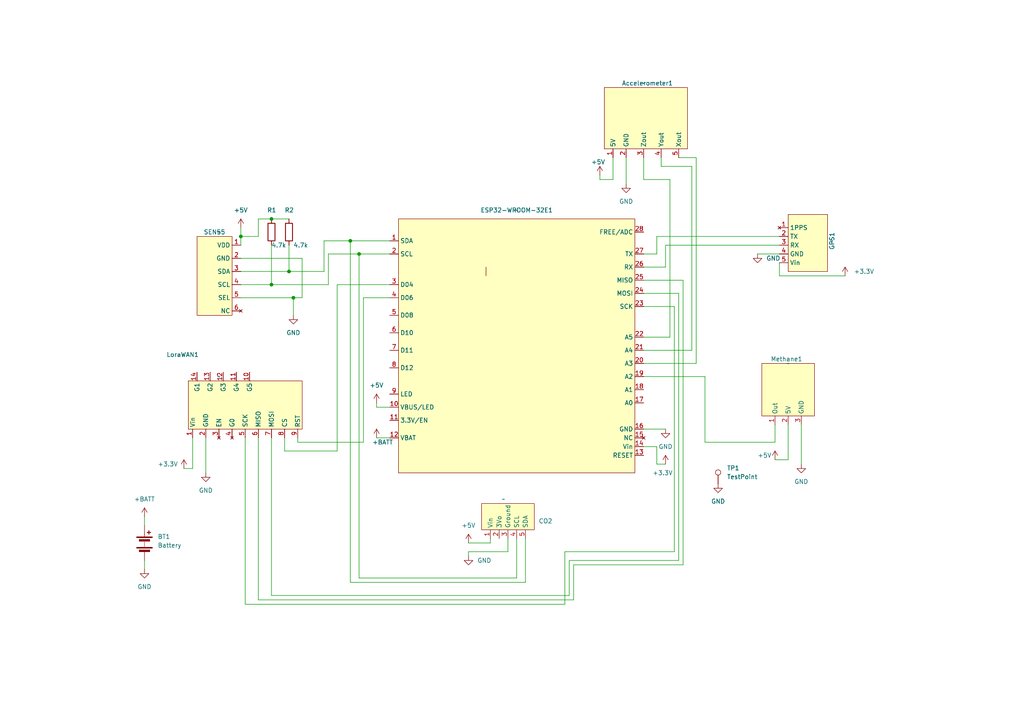
<source format=kicad_sch>
(kicad_sch (version 20230121) (generator eeschema)

  (uuid 7aefded4-b51d-417d-a9e8-a87f1079445b)

  (paper "A4")

  (lib_symbols
    (symbol "Connector:TestPoint" (pin_numbers hide) (pin_names (offset 0.762) hide) (in_bom yes) (on_board yes)
      (property "Reference" "TP" (at 0 6.858 0)
        (effects (font (size 1.27 1.27)))
      )
      (property "Value" "TestPoint" (at 0 5.08 0)
        (effects (font (size 1.27 1.27)))
      )
      (property "Footprint" "" (at 5.08 0 0)
        (effects (font (size 1.27 1.27)) hide)
      )
      (property "Datasheet" "~" (at 5.08 0 0)
        (effects (font (size 1.27 1.27)) hide)
      )
      (property "ki_keywords" "test point tp" (at 0 0 0)
        (effects (font (size 1.27 1.27)) hide)
      )
      (property "ki_description" "test point" (at 0 0 0)
        (effects (font (size 1.27 1.27)) hide)
      )
      (property "ki_fp_filters" "Pin* Test*" (at 0 0 0)
        (effects (font (size 1.27 1.27)) hide)
      )
      (symbol "TestPoint_0_1"
        (circle (center 0 3.302) (radius 0.762)
          (stroke (width 0) (type default))
          (fill (type none))
        )
      )
      (symbol "TestPoint_1_1"
        (pin passive line (at 0 0 90) (length 2.54)
          (name "1" (effects (font (size 1.27 1.27))))
          (number "1" (effects (font (size 1.27 1.27))))
        )
      )
    )
    (symbol "Device:Battery" (pin_numbers hide) (pin_names (offset 0) hide) (in_bom yes) (on_board yes)
      (property "Reference" "BT" (at 2.54 2.54 0)
        (effects (font (size 1.27 1.27)) (justify left))
      )
      (property "Value" "Battery" (at 2.54 0 0)
        (effects (font (size 1.27 1.27)) (justify left))
      )
      (property "Footprint" "" (at 0 1.524 90)
        (effects (font (size 1.27 1.27)) hide)
      )
      (property "Datasheet" "~" (at 0 1.524 90)
        (effects (font (size 1.27 1.27)) hide)
      )
      (property "ki_keywords" "batt voltage-source cell" (at 0 0 0)
        (effects (font (size 1.27 1.27)) hide)
      )
      (property "ki_description" "Multiple-cell battery" (at 0 0 0)
        (effects (font (size 1.27 1.27)) hide)
      )
      (symbol "Battery_0_1"
        (rectangle (start -2.286 -1.27) (end 2.286 -1.524)
          (stroke (width 0) (type default))
          (fill (type outline))
        )
        (rectangle (start -2.286 1.778) (end 2.286 1.524)
          (stroke (width 0) (type default))
          (fill (type outline))
        )
        (rectangle (start -1.524 -2.032) (end 1.524 -2.54)
          (stroke (width 0) (type default))
          (fill (type outline))
        )
        (rectangle (start -1.524 1.016) (end 1.524 0.508)
          (stroke (width 0) (type default))
          (fill (type outline))
        )
        (polyline
          (pts
            (xy 0 -1.016)
            (xy 0 -0.762)
          )
          (stroke (width 0) (type default))
          (fill (type none))
        )
        (polyline
          (pts
            (xy 0 -0.508)
            (xy 0 -0.254)
          )
          (stroke (width 0) (type default))
          (fill (type none))
        )
        (polyline
          (pts
            (xy 0 0)
            (xy 0 0.254)
          )
          (stroke (width 0) (type default))
          (fill (type none))
        )
        (polyline
          (pts
            (xy 0 1.778)
            (xy 0 2.54)
          )
          (stroke (width 0) (type default))
          (fill (type none))
        )
        (polyline
          (pts
            (xy 0.762 3.048)
            (xy 1.778 3.048)
          )
          (stroke (width 0.254) (type default))
          (fill (type none))
        )
        (polyline
          (pts
            (xy 1.27 3.556)
            (xy 1.27 2.54)
          )
          (stroke (width 0.254) (type default))
          (fill (type none))
        )
      )
      (symbol "Battery_1_1"
        (pin passive line (at 0 5.08 270) (length 2.54)
          (name "+" (effects (font (size 1.27 1.27))))
          (number "1" (effects (font (size 1.27 1.27))))
        )
        (pin passive line (at 0 -5.08 90) (length 2.54)
          (name "-" (effects (font (size 1.27 1.27))))
          (number "2" (effects (font (size 1.27 1.27))))
        )
      )
    )
    (symbol "Device:R" (pin_numbers hide) (pin_names (offset 0)) (in_bom yes) (on_board yes)
      (property "Reference" "R" (at 2.032 0 90)
        (effects (font (size 1.27 1.27)))
      )
      (property "Value" "R" (at 0 0 90)
        (effects (font (size 1.27 1.27)))
      )
      (property "Footprint" "" (at -1.778 0 90)
        (effects (font (size 1.27 1.27)) hide)
      )
      (property "Datasheet" "~" (at 0 0 0)
        (effects (font (size 1.27 1.27)) hide)
      )
      (property "ki_keywords" "R res resistor" (at 0 0 0)
        (effects (font (size 1.27 1.27)) hide)
      )
      (property "ki_description" "Resistor" (at 0 0 0)
        (effects (font (size 1.27 1.27)) hide)
      )
      (property "ki_fp_filters" "R_*" (at 0 0 0)
        (effects (font (size 1.27 1.27)) hide)
      )
      (symbol "R_0_1"
        (rectangle (start -1.016 -2.54) (end 1.016 2.54)
          (stroke (width 0.254) (type default))
          (fill (type none))
        )
      )
      (symbol "R_1_1"
        (pin passive line (at 0 3.81 270) (length 1.27)
          (name "~" (effects (font (size 1.27 1.27))))
          (number "1" (effects (font (size 1.27 1.27))))
        )
        (pin passive line (at 0 -3.81 90) (length 1.27)
          (name "~" (effects (font (size 1.27 1.27))))
          (number "2" (effects (font (size 1.27 1.27))))
        )
      )
    )
    (symbol "Methane:Methane_sensor" (in_bom yes) (on_board yes)
      (property "Reference" "Methane1" (at -5.08 1.27 0)
        (effects (font (size 1.27 1.27)) (justify left))
      )
      (property "Value" "~" (at 0 0 0)
        (effects (font (size 1.27 1.27)))
      )
      (property "Footprint" "my-sensors:Methane" (at 0 0 0)
        (effects (font (size 1.27 1.27)) hide)
      )
      (property "Datasheet" "https://image.dfrobot.com/image/data/SEN0129/MQ-4.pdf" (at 0 0 0)
        (effects (font (size 1.27 1.27)) hide)
      )
      (symbol "Methane_sensor_1_1"
        (rectangle (start -7.62 0) (end 7.62 -15.24)
          (stroke (width 0) (type default))
          (fill (type background))
        )
        (pin bidirectional line (at -3.81 -17.78 90) (length 2.54)
          (name "Out" (effects (font (size 1.27 1.27))))
          (number "1" (effects (font (size 1.27 1.27))))
        )
        (pin power_in line (at 0 -17.78 90) (length 2.54)
          (name "5V" (effects (font (size 1.27 1.27))))
          (number "2" (effects (font (size 1.27 1.27))))
        )
        (pin power_in line (at 3.81 -17.78 90) (length 2.54)
          (name "GND" (effects (font (size 1.27 1.27))))
          (number "3" (effects (font (size 1.27 1.27))))
        )
      )
    )
    (symbol "Sensors:Accelerometer" (in_bom yes) (on_board yes)
      (property "Reference" "Accelerometer1" (at -6.35 0 0)
        (effects (font (size 1.27 1.27)) (justify left))
      )
      (property "Value" "~" (at 0 0 0)
        (effects (font (size 1.27 1.27)))
      )
      (property "Footprint" "Sensors:Accelerometer" (at 0 0 0)
        (effects (font (size 1.27 1.27)) hide)
      )
      (property "Datasheet" "" (at 0 0 0)
        (effects (font (size 1.27 1.27)) hide)
      )
      (symbol "Accelerometer_1_1"
        (rectangle (start -11.43 -1.27) (end 12.7 -19.05)
          (stroke (width 0) (type default))
          (fill (type background))
        )
        (pin power_in line (at -8.89 -21.59 90) (length 2.54)
          (name "5V" (effects (font (size 1.27 1.27))))
          (number "1" (effects (font (size 1.27 1.27))))
        )
        (pin power_in line (at -5.08 -21.59 90) (length 2.54)
          (name "GND" (effects (font (size 1.27 1.27))))
          (number "2" (effects (font (size 1.27 1.27))))
        )
        (pin output line (at 0 -21.59 90) (length 2.54)
          (name "Zout" (effects (font (size 1.27 1.27))))
          (number "3" (effects (font (size 1.27 1.27))))
        )
        (pin output line (at 5.08 -21.59 90) (length 2.54)
          (name "Yout" (effects (font (size 1.27 1.27))))
          (number "4" (effects (font (size 1.27 1.27))))
        )
        (pin output line (at 10.16 -21.59 90) (length 2.54)
          (name "Xout" (effects (font (size 1.27 1.27))))
          (number "5" (effects (font (size 1.27 1.27))))
        )
      )
    )
    (symbol "Sensors:CO2_v2" (in_bom yes) (on_board yes)
      (property "Reference" "CO2" (at 10.16 -6.35 0)
        (effects (font (size 1.27 1.27)) (justify left))
      )
      (property "Value" "~" (at 0 0 0)
        (effects (font (size 1.27 1.27)))
      )
      (property "Footprint" "" (at 0 0 0)
        (effects (font (size 1.27 1.27)) hide)
      )
      (property "Datasheet" "" (at 0 0 0)
        (effects (font (size 1.27 1.27)) hide)
      )
      (symbol "CO2_v2_1_1"
        (rectangle (start -6.35 -1.27) (end 8.89 -8.89)
          (stroke (width 0) (type default))
          (fill (type background))
        )
        (pin power_in line (at -3.81 -11.43 90) (length 2.54)
          (name "Vin" (effects (font (size 1.27 1.27))))
          (number "1" (effects (font (size 1.27 1.27))))
        )
        (pin power_out line (at -1.27 -11.43 90) (length 2.54)
          (name "3Vo" (effects (font (size 1.27 1.27))))
          (number "2" (effects (font (size 1.27 1.27))))
        )
        (pin input line (at 1.27 -11.43 90) (length 2.54)
          (name "Ground" (effects (font (size 1.27 1.27))))
          (number "3" (effects (font (size 1.27 1.27))))
        )
        (pin bidirectional line (at 3.81 -11.43 90) (length 2.54)
          (name "SCL" (effects (font (size 1.27 1.27))))
          (number "4" (effects (font (size 1.27 1.27))))
        )
        (pin bidirectional line (at 6.35 -11.43 90) (length 2.54)
          (name "SDA" (effects (font (size 1.27 1.27))))
          (number "5" (effects (font (size 1.27 1.27))))
        )
      )
    )
    (symbol "Sensors:ESP32" (in_bom yes) (on_board yes)
      (property "Reference" "ESP32-WROOM-32E1" (at 0 0 0)
        (effects (font (size 1.27 1.27)))
      )
      (property "Value" "~" (at 0 0 0)
        (effects (font (size 1.27 1.27)))
      )
      (property "Footprint" "my-sensors:ESP32" (at 0 0 0)
        (effects (font (size 1.27 1.27)) hide)
      )
      (property "Datasheet" "https://cdn.sparkfun.com/assets/4/3/1/7/6/esp32-wroom-32e_esp32-wroom-32ue_datasheet_en_v1-6.pdf?_gl=1*16ze11g*_ga*MTYyMjc1MTQzMC4xNzA2NDYwMTkx*_ga_T369JS7J9N*MTcwODg5MTMzNS45LjAuMTcwODg5MTMzNS42MC4wLjA." (at 0 0 0)
        (effects (font (size 1.27 1.27)) hide)
      )
      (symbol "ESP32_1_1"
        (rectangle (start -34.29 -2.54) (end 34.29 -76.2)
          (stroke (width 0) (type default))
          (fill (type background))
        )
        (pin bidirectional line (at -36.83 -8.89 0) (length 2.54)
          (name "SDA" (effects (font (size 1.27 1.27))))
          (number "1" (effects (font (size 1.27 1.27))))
        )
        (pin power_in line (at -36.83 -57.15 0) (length 2.54)
          (name "VBUS/LED" (effects (font (size 1.27 1.27))))
          (number "10" (effects (font (size 1.27 1.27))))
        )
        (pin power_in line (at -36.83 -60.96 0) (length 2.54)
          (name "3.3V/EN" (effects (font (size 1.27 1.27))))
          (number "11" (effects (font (size 1.27 1.27))))
        )
        (pin power_in line (at -36.83 -66.04 0) (length 2.54)
          (name "VBAT" (effects (font (size 1.27 1.27))))
          (number "12" (effects (font (size 1.27 1.27))))
        )
        (pin unspecified line (at 36.83 -71.12 180) (length 2.54)
          (name "RESET" (effects (font (size 1.27 1.27))))
          (number "13" (effects (font (size 1.27 1.27))))
        )
        (pin input line (at 36.83 -68.58 180) (length 2.54)
          (name "Vin" (effects (font (size 1.27 1.27))))
          (number "14" (effects (font (size 1.27 1.27))))
        )
        (pin no_connect line (at 36.83 -66.04 180) (length 2.54)
          (name "NC" (effects (font (size 1.27 1.27))))
          (number "15" (effects (font (size 1.27 1.27))))
        )
        (pin input line (at 36.83 -63.5 180) (length 2.54)
          (name "GND" (effects (font (size 1.27 1.27))))
          (number "16" (effects (font (size 1.27 1.27))))
        )
        (pin bidirectional line (at 36.83 -55.88 180) (length 2.54)
          (name "A0" (effects (font (size 1.27 1.27))))
          (number "17" (effects (font (size 1.27 1.27))))
        )
        (pin bidirectional line (at 36.83 -52.07 180) (length 2.54)
          (name "A1" (effects (font (size 1.27 1.27))))
          (number "18" (effects (font (size 1.27 1.27))))
        )
        (pin bidirectional line (at 36.83 -48.26 180) (length 2.54)
          (name "A2" (effects (font (size 1.27 1.27))))
          (number "19" (effects (font (size 1.27 1.27))))
        )
        (pin bidirectional line (at -36.83 -12.7 0) (length 2.54)
          (name "SCL" (effects (font (size 1.27 1.27))))
          (number "2" (effects (font (size 1.27 1.27))))
        )
        (pin bidirectional line (at 36.83 -44.45 180) (length 2.54)
          (name "A3" (effects (font (size 1.27 1.27))))
          (number "20" (effects (font (size 1.27 1.27))))
        )
        (pin bidirectional line (at 36.83 -40.64 180) (length 2.54)
          (name "A4" (effects (font (size 1.27 1.27))))
          (number "21" (effects (font (size 1.27 1.27))))
        )
        (pin bidirectional line (at 36.83 -36.83 180) (length 2.54)
          (name "A5" (effects (font (size 1.27 1.27))))
          (number "22" (effects (font (size 1.27 1.27))))
        )
        (pin bidirectional line (at 36.83 -27.94 180) (length 2.54)
          (name "SCK" (effects (font (size 1.27 1.27))))
          (number "23" (effects (font (size 1.27 1.27))))
        )
        (pin bidirectional line (at 36.83 -24.13 180) (length 2.54)
          (name "MOSI" (effects (font (size 1.27 1.27))))
          (number "24" (effects (font (size 1.27 1.27))))
        )
        (pin bidirectional line (at 36.83 -20.32 180) (length 2.54)
          (name "MISO" (effects (font (size 1.27 1.27))))
          (number "25" (effects (font (size 1.27 1.27))))
        )
        (pin input line (at 36.83 -16.51 180) (length 2.54)
          (name "RX" (effects (font (size 1.27 1.27))))
          (number "26" (effects (font (size 1.27 1.27))))
        )
        (pin output line (at 36.83 -12.7 180) (length 2.54)
          (name "TX" (effects (font (size 1.27 1.27))))
          (number "27" (effects (font (size 1.27 1.27))))
        )
        (pin input line (at 36.83 -6.35 180) (length 2.54)
          (name "FREE/ADC" (effects (font (size 1.27 1.27))))
          (number "28" (effects (font (size 1.27 1.27))))
        )
        (pin input line (at -36.83 -21.59 0) (length 2.54)
          (name "D04" (effects (font (size 1.27 1.27))))
          (number "3" (effects (font (size 1.27 1.27))))
        )
        (pin input line (at -36.83 -25.4 0) (length 2.54)
          (name "D06" (effects (font (size 1.27 1.27))))
          (number "4" (effects (font (size 1.27 1.27))))
        )
        (pin input line (at -36.83 -30.48 0) (length 2.54)
          (name "D08" (effects (font (size 1.27 1.27))))
          (number "5" (effects (font (size 1.27 1.27))))
        )
        (pin input line (at -36.83 -35.56 0) (length 2.54)
          (name "D10" (effects (font (size 1.27 1.27))))
          (number "6" (effects (font (size 1.27 1.27))))
        )
        (pin input line (at -36.83 -40.64 0) (length 2.54)
          (name "D11" (effects (font (size 1.27 1.27))))
          (number "7" (effects (font (size 1.27 1.27))))
        )
        (pin input line (at -36.83 -45.72 0) (length 2.54)
          (name "D12" (effects (font (size 1.27 1.27))))
          (number "8" (effects (font (size 1.27 1.27))))
        )
        (pin bidirectional line (at -36.83 -53.34 0) (length 2.54)
          (name "LED" (effects (font (size 1.27 1.27))))
          (number "9" (effects (font (size 1.27 1.27))))
        )
      )
    )
    (symbol "Sensors:GPS" (in_bom yes) (on_board yes)
      (property "Reference" "GPS1" (at -2.54 0 0)
        (effects (font (size 1.27 1.27)) (justify left))
      )
      (property "Value" "~" (at 0 0 0)
        (effects (font (size 1.27 1.27)))
      )
      (property "Footprint" "my-sensors:GPS" (at 0 0 0)
        (effects (font (size 1.27 1.27)) hide)
      )
      (property "Datasheet" "" (at 0 0 0)
        (effects (font (size 1.27 1.27)) hide)
      )
      (symbol "GPS_1_1"
        (rectangle (start -7.62 -1.27) (end 8.89 -12.7)
          (stroke (width 0) (type default))
          (fill (type background))
        )
        (pin no_connect line (at -3.81 -15.24 90) (length 2.54)
          (name "1PPS" (effects (font (size 1.27 1.27))))
          (number "1" (effects (font (size 1.27 1.27))))
        )
        (pin output line (at -1.27 -15.24 90) (length 2.54)
          (name "TX" (effects (font (size 1.27 1.27))))
          (number "2" (effects (font (size 1.27 1.27))))
        )
        (pin input line (at 1.27 -15.24 90) (length 2.54)
          (name "RX" (effects (font (size 1.27 1.27))))
          (number "3" (effects (font (size 1.27 1.27))))
        )
        (pin input line (at 3.81 -15.24 90) (length 2.54)
          (name "GND" (effects (font (size 1.27 1.27))))
          (number "4" (effects (font (size 1.27 1.27))))
        )
        (pin power_in line (at 6.35 -15.24 90) (length 2.54)
          (name "Vin" (effects (font (size 1.27 1.27))))
          (number "5" (effects (font (size 1.27 1.27))))
        )
      )
    )
    (symbol "Sensors:LoraWAN" (in_bom yes) (on_board yes)
      (property "Reference" "LoraWAN1" (at -15.24 6.35 0)
        (effects (font (size 1.27 1.27)) (justify left))
      )
      (property "Value" "~" (at 0 0 0)
        (effects (font (size 1.27 1.27)))
      )
      (property "Footprint" "my-sensors:LoraWAN" (at -5.08 8.89 0)
        (effects (font (size 1.27 1.27)) hide)
      )
      (property "Datasheet" "https://cdn-learn.adafruit.com/downloads/pdf/adafruit-rfm69hcw-and-rfm96-rfm95-rfm98-lora-packet-padio-breakouts.pdf" (at 1.27 11.43 0)
        (effects (font (size 1.27 1.27)) hide)
      )
      (symbol "LoraWAN_1_1"
        (rectangle (start -8.89 -1.27) (end 24.13 -15.24)
          (stroke (width 0) (type default))
          (fill (type background))
        )
        (pin input line (at 77.47 31.75 270) (length 2.54)
          (name "" (effects (font (size 1.27 1.27))))
          (number "" (effects (font (size 1.27 1.27))))
        )
        (pin power_in line (at -7.62 -17.78 90) (length 2.54)
          (name "Vin" (effects (font (size 1.27 1.27))))
          (number "1" (effects (font (size 1.27 1.27))))
        )
        (pin input line (at 8.89 1.27 270) (length 2.54)
          (name "G5" (effects (font (size 1.27 1.27))))
          (number "10" (effects (font (size 1.27 1.27))))
        )
        (pin input line (at 5.08 1.27 270) (length 2.54)
          (name "G4" (effects (font (size 1.27 1.27))))
          (number "11" (effects (font (size 1.27 1.27))))
        )
        (pin input line (at 1.27 1.27 270) (length 2.54)
          (name "G3" (effects (font (size 1.27 1.27))))
          (number "12" (effects (font (size 1.27 1.27))))
        )
        (pin input line (at -2.54 1.27 270) (length 2.54)
          (name "G2" (effects (font (size 1.27 1.27))))
          (number "13" (effects (font (size 1.27 1.27))))
        )
        (pin input line (at -6.35 1.27 270) (length 2.54)
          (name "G1" (effects (font (size 1.27 1.27))))
          (number "14" (effects (font (size 1.27 1.27))))
        )
        (pin input line (at -3.81 -17.78 90) (length 2.54)
          (name "GND" (effects (font (size 1.27 1.27))))
          (number "2" (effects (font (size 1.27 1.27))))
        )
        (pin no_connect line (at 0 -17.78 90) (length 2.54)
          (name "EN" (effects (font (size 1.27 1.27))))
          (number "3" (effects (font (size 1.27 1.27))))
        )
        (pin no_connect line (at 3.81 -17.78 90) (length 2.54)
          (name "G0" (effects (font (size 1.27 1.27))))
          (number "4" (effects (font (size 1.27 1.27))))
        )
        (pin input line (at 7.62 -17.78 90) (length 2.54)
          (name "SCK" (effects (font (size 1.27 1.27))))
          (number "5" (effects (font (size 1.27 1.27))))
        )
        (pin input line (at 11.43 -17.78 90) (length 2.54)
          (name "MISO" (effects (font (size 1.27 1.27))))
          (number "6" (effects (font (size 1.27 1.27))))
        )
        (pin input line (at 15.24 -17.78 90) (length 2.54)
          (name "MOSI" (effects (font (size 1.27 1.27))))
          (number "7" (effects (font (size 1.27 1.27))))
        )
        (pin input line (at 19.05 -17.78 90) (length 2.54)
          (name "CS" (effects (font (size 1.27 1.27))))
          (number "8" (effects (font (size 1.27 1.27))))
        )
        (pin input line (at 22.86 -17.78 90) (length 2.54)
          (name "RST" (effects (font (size 1.27 1.27))))
          (number "9" (effects (font (size 1.27 1.27))))
        )
      )
    )
    (symbol "Sensors:SEN55" (in_bom yes) (on_board yes)
      (property "Reference" "SEN55" (at 1.27 0 0)
        (effects (font (size 1.27 1.27)))
      )
      (property "Value" "~" (at 0 0 0)
        (effects (font (size 1.27 1.27)))
      )
      (property "Footprint" "" (at 0 0 0)
        (effects (font (size 1.27 1.27)) hide)
      )
      (property "Datasheet" "" (at 0 0 0)
        (effects (font (size 1.27 1.27)) hide)
      )
      (symbol "SEN55_1_1"
        (rectangle (start -3.81 -1.27) (end 6.35 -24.13)
          (stroke (width 0) (type default))
          (fill (type background))
        )
        (pin power_in line (at -6.35 -3.81 0) (length 2.54)
          (name "VDD" (effects (font (size 1.27 1.27))))
          (number "1" (effects (font (size 1.27 1.27))))
        )
        (pin input line (at -6.35 -7.62 0) (length 2.54)
          (name "GND" (effects (font (size 1.27 1.27))))
          (number "2" (effects (font (size 1.27 1.27))))
        )
        (pin input line (at -6.35 -11.43 0) (length 2.54)
          (name "SDA" (effects (font (size 1.27 1.27))))
          (number "3" (effects (font (size 1.27 1.27))))
        )
        (pin input line (at -6.35 -15.24 0) (length 2.54)
          (name "SCL" (effects (font (size 1.27 1.27))))
          (number "4" (effects (font (size 1.27 1.27))))
        )
        (pin input line (at -6.35 -19.05 0) (length 2.54)
          (name "SEL" (effects (font (size 1.27 1.27))))
          (number "5" (effects (font (size 1.27 1.27))))
        )
        (pin no_connect line (at -6.35 -22.86 0) (length 2.54)
          (name "NC" (effects (font (size 1.27 1.27))))
          (number "6" (effects (font (size 1.27 1.27))))
        )
      )
    )
    (symbol "power:+3.3V" (power) (pin_names (offset 0)) (in_bom yes) (on_board yes)
      (property "Reference" "#PWR" (at 0 -3.81 0)
        (effects (font (size 1.27 1.27)) hide)
      )
      (property "Value" "+3.3V" (at 0 3.556 0)
        (effects (font (size 1.27 1.27)))
      )
      (property "Footprint" "" (at 0 0 0)
        (effects (font (size 1.27 1.27)) hide)
      )
      (property "Datasheet" "" (at 0 0 0)
        (effects (font (size 1.27 1.27)) hide)
      )
      (property "ki_keywords" "global power" (at 0 0 0)
        (effects (font (size 1.27 1.27)) hide)
      )
      (property "ki_description" "Power symbol creates a global label with name \"+3.3V\"" (at 0 0 0)
        (effects (font (size 1.27 1.27)) hide)
      )
      (symbol "+3.3V_0_1"
        (polyline
          (pts
            (xy -0.762 1.27)
            (xy 0 2.54)
          )
          (stroke (width 0) (type default))
          (fill (type none))
        )
        (polyline
          (pts
            (xy 0 0)
            (xy 0 2.54)
          )
          (stroke (width 0) (type default))
          (fill (type none))
        )
        (polyline
          (pts
            (xy 0 2.54)
            (xy 0.762 1.27)
          )
          (stroke (width 0) (type default))
          (fill (type none))
        )
      )
      (symbol "+3.3V_1_1"
        (pin power_in line (at 0 0 90) (length 0) hide
          (name "+3.3V" (effects (font (size 1.27 1.27))))
          (number "1" (effects (font (size 1.27 1.27))))
        )
      )
    )
    (symbol "power:+5V" (power) (pin_names (offset 0)) (in_bom yes) (on_board yes)
      (property "Reference" "#PWR" (at 0 -3.81 0)
        (effects (font (size 1.27 1.27)) hide)
      )
      (property "Value" "+5V" (at 0 3.556 0)
        (effects (font (size 1.27 1.27)))
      )
      (property "Footprint" "" (at 0 0 0)
        (effects (font (size 1.27 1.27)) hide)
      )
      (property "Datasheet" "" (at 0 0 0)
        (effects (font (size 1.27 1.27)) hide)
      )
      (property "ki_keywords" "global power" (at 0 0 0)
        (effects (font (size 1.27 1.27)) hide)
      )
      (property "ki_description" "Power symbol creates a global label with name \"+5V\"" (at 0 0 0)
        (effects (font (size 1.27 1.27)) hide)
      )
      (symbol "+5V_0_1"
        (polyline
          (pts
            (xy -0.762 1.27)
            (xy 0 2.54)
          )
          (stroke (width 0) (type default))
          (fill (type none))
        )
        (polyline
          (pts
            (xy 0 0)
            (xy 0 2.54)
          )
          (stroke (width 0) (type default))
          (fill (type none))
        )
        (polyline
          (pts
            (xy 0 2.54)
            (xy 0.762 1.27)
          )
          (stroke (width 0) (type default))
          (fill (type none))
        )
      )
      (symbol "+5V_1_1"
        (pin power_in line (at 0 0 90) (length 0) hide
          (name "+5V" (effects (font (size 1.27 1.27))))
          (number "1" (effects (font (size 1.27 1.27))))
        )
      )
    )
    (symbol "power:+BATT" (power) (pin_names (offset 0)) (in_bom yes) (on_board yes)
      (property "Reference" "#PWR" (at 0 -3.81 0)
        (effects (font (size 1.27 1.27)) hide)
      )
      (property "Value" "+BATT" (at 0 3.556 0)
        (effects (font (size 1.27 1.27)))
      )
      (property "Footprint" "" (at 0 0 0)
        (effects (font (size 1.27 1.27)) hide)
      )
      (property "Datasheet" "" (at 0 0 0)
        (effects (font (size 1.27 1.27)) hide)
      )
      (property "ki_keywords" "global power battery" (at 0 0 0)
        (effects (font (size 1.27 1.27)) hide)
      )
      (property "ki_description" "Power symbol creates a global label with name \"+BATT\"" (at 0 0 0)
        (effects (font (size 1.27 1.27)) hide)
      )
      (symbol "+BATT_0_1"
        (polyline
          (pts
            (xy -0.762 1.27)
            (xy 0 2.54)
          )
          (stroke (width 0) (type default))
          (fill (type none))
        )
        (polyline
          (pts
            (xy 0 0)
            (xy 0 2.54)
          )
          (stroke (width 0) (type default))
          (fill (type none))
        )
        (polyline
          (pts
            (xy 0 2.54)
            (xy 0.762 1.27)
          )
          (stroke (width 0) (type default))
          (fill (type none))
        )
      )
      (symbol "+BATT_1_1"
        (pin power_in line (at 0 0 90) (length 0) hide
          (name "+BATT" (effects (font (size 1.27 1.27))))
          (number "1" (effects (font (size 1.27 1.27))))
        )
      )
    )
    (symbol "power:GND" (power) (pin_names (offset 0)) (in_bom yes) (on_board yes)
      (property "Reference" "#PWR" (at 0 -6.35 0)
        (effects (font (size 1.27 1.27)) hide)
      )
      (property "Value" "GND" (at 0 -3.81 0)
        (effects (font (size 1.27 1.27)))
      )
      (property "Footprint" "" (at 0 0 0)
        (effects (font (size 1.27 1.27)) hide)
      )
      (property "Datasheet" "" (at 0 0 0)
        (effects (font (size 1.27 1.27)) hide)
      )
      (property "ki_keywords" "global power" (at 0 0 0)
        (effects (font (size 1.27 1.27)) hide)
      )
      (property "ki_description" "Power symbol creates a global label with name \"GND\" , ground" (at 0 0 0)
        (effects (font (size 1.27 1.27)) hide)
      )
      (symbol "GND_0_1"
        (polyline
          (pts
            (xy 0 0)
            (xy 0 -1.27)
            (xy 1.27 -1.27)
            (xy 0 -2.54)
            (xy -1.27 -1.27)
            (xy 0 -1.27)
          )
          (stroke (width 0) (type default))
          (fill (type none))
        )
      )
      (symbol "GND_1_1"
        (pin power_in line (at 0 0 270) (length 0) hide
          (name "GND" (effects (font (size 1.27 1.27))))
          (number "1" (effects (font (size 1.27 1.27))))
        )
      )
    )
  )

  (junction (at 101.6 69.85) (diameter 0) (color 0 0 0 0)
    (uuid 0b72fe3e-5a1c-474b-8c6f-34b0afaea697)
  )
  (junction (at 78.74 82.55) (diameter 0) (color 0 0 0 0)
    (uuid 1809997b-dd61-44ef-9a96-7c5dab96d11f)
  )
  (junction (at 104.14 73.66) (diameter 0) (color 0 0 0 0)
    (uuid 2f025602-946b-409d-970f-c8909ab87842)
  )
  (junction (at 83.82 78.74) (diameter 0) (color 0 0 0 0)
    (uuid 449cd7d5-e154-4e6b-a865-af98352e1c21)
  )
  (junction (at 85.09 86.36) (diameter 0) (color 0 0 0 0)
    (uuid ae700993-72e0-41f3-98e0-2f919af83f6c)
  )
  (junction (at 78.74 63.5) (diameter 0) (color 0 0 0 0)
    (uuid b375e527-b606-4327-9606-948a34e9001a)
  )
  (junction (at 69.85 68.58) (diameter 0) (color 0 0 0 0)
    (uuid dd4f414b-9377-43b1-ade1-d7dc53e28148)
  )

  (wire (pts (xy 200.66 48.26) (xy 200.66 101.6))
    (stroke (width 0) (type default))
    (uuid 0289f401-d2ac-47a7-8ccd-da2cb3017166)
  )
  (wire (pts (xy 194.31 97.79) (xy 186.69 97.79))
    (stroke (width 0) (type default))
    (uuid 06dca34a-25c6-43ee-ac07-8a659e17a740)
  )
  (wire (pts (xy 165.1 172.72) (xy 78.74 172.72))
    (stroke (width 0) (type default))
    (uuid 089ed1bb-b7b9-42b5-a64f-d036d91fa034)
  )
  (wire (pts (xy 228.6 133.35) (xy 228.6 123.19))
    (stroke (width 0) (type default))
    (uuid 0969c591-2808-4ad6-9955-1d0fd63930cb)
  )
  (wire (pts (xy 186.69 129.54) (xy 190.5 129.54))
    (stroke (width 0) (type default))
    (uuid 0b67e8d5-7bbe-4b50-917d-a625081a3543)
  )
  (wire (pts (xy 69.85 68.58) (xy 69.85 71.12))
    (stroke (width 0) (type default))
    (uuid 0ba318b2-b5d2-49d3-84ed-1aaa37ac9fb3)
  )
  (wire (pts (xy 194.31 52.07) (xy 194.31 97.79))
    (stroke (width 0) (type default))
    (uuid 0f10e42a-cc47-4c51-9666-6e291b7c75df)
  )
  (wire (pts (xy 166.37 163.83) (xy 166.37 173.99))
    (stroke (width 0) (type default))
    (uuid 10d0268d-adb1-4b12-8d95-e22e45d53284)
  )
  (wire (pts (xy 87.63 86.36) (xy 85.09 86.36))
    (stroke (width 0) (type default))
    (uuid 1732ef4b-3ae3-47a6-b941-9eddae16b796)
  )
  (wire (pts (xy 186.69 81.28) (xy 198.12 81.28))
    (stroke (width 0) (type default))
    (uuid 18cde1ee-5d41-49b2-b014-26a166db1791)
  )
  (wire (pts (xy 41.91 149.86) (xy 41.91 152.4))
    (stroke (width 0) (type default))
    (uuid 18fafa90-3453-4f23-97c8-51e82e9df8f5)
  )
  (wire (pts (xy 142.24 157.48) (xy 142.24 156.21))
    (stroke (width 0) (type default))
    (uuid 239bde12-0a30-4407-93b9-d345f52d8d9d)
  )
  (wire (pts (xy 204.47 128.27) (xy 204.47 109.22))
    (stroke (width 0) (type default))
    (uuid 2a2926c8-0208-4821-8090-8cd1a2f67515)
  )
  (wire (pts (xy 201.93 45.72) (xy 196.85 45.72))
    (stroke (width 0) (type default))
    (uuid 2dcc0ae3-8005-4945-8382-5447e5baaae3)
  )
  (wire (pts (xy 135.89 157.48) (xy 142.24 157.48))
    (stroke (width 0) (type default))
    (uuid 2e1d90c7-95ba-4259-a8c2-65686e4eb17f)
  )
  (wire (pts (xy 224.79 123.19) (xy 224.79 128.27))
    (stroke (width 0) (type default))
    (uuid 310dc0b1-fdb5-408b-9767-a0bcaa4c57ba)
  )
  (wire (pts (xy 82.55 130.81) (xy 82.55 127))
    (stroke (width 0) (type default))
    (uuid 329180bf-a909-4a68-a31e-7abaab741082)
  )
  (wire (pts (xy 86.36 127) (xy 86.36 128.27))
    (stroke (width 0) (type default))
    (uuid 345e6c45-9b10-4ad9-b3c8-70e1d383b747)
  )
  (wire (pts (xy 173.99 52.07) (xy 177.8 52.07))
    (stroke (width 0) (type default))
    (uuid 35a9fab5-045d-44a8-8787-649418cecafb)
  )
  (wire (pts (xy 71.12 175.26) (xy 71.12 127))
    (stroke (width 0) (type default))
    (uuid 370b9273-0902-450a-8472-f62e12aeae1d)
  )
  (wire (pts (xy 85.09 86.36) (xy 85.09 91.44))
    (stroke (width 0) (type default))
    (uuid 37e35430-3e54-43cd-b651-53173a1ac1c3)
  )
  (wire (pts (xy 186.69 124.46) (xy 193.04 124.46))
    (stroke (width 0) (type default))
    (uuid 3b8a2f4b-40c3-4d02-9a4a-f8c09a379de6)
  )
  (wire (pts (xy 83.82 71.12) (xy 83.82 78.74))
    (stroke (width 0) (type default))
    (uuid 3bccc0f2-e0b4-43ed-925b-7369f8c03083)
  )
  (wire (pts (xy 69.85 78.74) (xy 83.82 78.74))
    (stroke (width 0) (type default))
    (uuid 3e09efae-6ec2-4772-ba42-1d56c4c50461)
  )
  (wire (pts (xy 198.12 163.83) (xy 166.37 163.83))
    (stroke (width 0) (type default))
    (uuid 3ef79437-d1fb-4c4c-a0fd-c62ce48e2f66)
  )
  (wire (pts (xy 69.85 82.55) (xy 78.74 82.55))
    (stroke (width 0) (type default))
    (uuid 406edabe-d381-40d8-93f5-5db9399a6dec)
  )
  (wire (pts (xy 105.41 86.36) (xy 105.41 128.27))
    (stroke (width 0) (type default))
    (uuid 44274941-bb3c-4b89-9835-f82f2c600e8b)
  )
  (wire (pts (xy 74.93 63.5) (xy 78.74 63.5))
    (stroke (width 0) (type default))
    (uuid 464f8335-8d2d-46e5-a0a2-7c191231c8e5)
  )
  (wire (pts (xy 190.5 129.54) (xy 190.5 134.62))
    (stroke (width 0) (type default))
    (uuid 492fb16d-b1bc-4aab-8d91-d660484aacfa)
  )
  (wire (pts (xy 74.93 173.99) (xy 74.93 127))
    (stroke (width 0) (type default))
    (uuid 49f43178-6c83-41e4-86a0-e54880323e31)
  )
  (wire (pts (xy 191.77 45.72) (xy 191.77 48.26))
    (stroke (width 0) (type default))
    (uuid 518be879-3103-4342-937d-ac58b68a5441)
  )
  (wire (pts (xy 78.74 71.12) (xy 78.74 82.55))
    (stroke (width 0) (type default))
    (uuid 561a5689-97ce-4a80-ba09-836ac99c1690)
  )
  (wire (pts (xy 149.86 156.21) (xy 149.86 167.64))
    (stroke (width 0) (type default))
    (uuid 56cad991-c1c9-42c1-9b56-bffa95de6feb)
  )
  (wire (pts (xy 147.32 160.02) (xy 147.32 156.21))
    (stroke (width 0) (type default))
    (uuid 58150016-d84f-4104-bb16-bca89d4090f7)
  )
  (wire (pts (xy 95.25 73.66) (xy 104.14 73.66))
    (stroke (width 0) (type default))
    (uuid 590a7c14-4537-48e8-9ec3-663e33c4af21)
  )
  (wire (pts (xy 165.1 162.56) (xy 165.1 172.72))
    (stroke (width 0) (type default))
    (uuid 5a986044-1ae6-4597-968a-904f7a21c805)
  )
  (wire (pts (xy 193.04 71.12) (xy 193.04 77.47))
    (stroke (width 0) (type default))
    (uuid 5b7846af-7deb-409a-ac1f-7226bd3dc791)
  )
  (wire (pts (xy 83.82 78.74) (xy 93.98 78.74))
    (stroke (width 0) (type default))
    (uuid 5e11a683-8095-4aa7-a811-1cbb1edc1a68)
  )
  (wire (pts (xy 101.6 168.91) (xy 152.4 168.91))
    (stroke (width 0) (type default))
    (uuid 630370ec-81c8-45d3-b6c3-5eba7b293d23)
  )
  (wire (pts (xy 135.89 160.02) (xy 147.32 160.02))
    (stroke (width 0) (type default))
    (uuid 633addf9-370a-4c59-ae8d-0601dc5e9873)
  )
  (wire (pts (xy 113.03 82.55) (xy 97.79 82.55))
    (stroke (width 0) (type default))
    (uuid 6470ce43-9215-4c6c-a579-baba431177d8)
  )
  (wire (pts (xy 195.58 88.9) (xy 195.58 160.02))
    (stroke (width 0) (type default))
    (uuid 69563b1a-f384-4175-925c-4d39a2d7e6fc)
  )
  (wire (pts (xy 113.03 86.36) (xy 105.41 86.36))
    (stroke (width 0) (type default))
    (uuid 6a0197a2-1e05-4ba6-b334-7f6b72a78277)
  )
  (wire (pts (xy 166.37 173.99) (xy 74.93 173.99))
    (stroke (width 0) (type default))
    (uuid 6a950619-e676-4734-920a-de1765925dca)
  )
  (wire (pts (xy 95.25 82.55) (xy 95.25 73.66))
    (stroke (width 0) (type default))
    (uuid 6c31fc87-6e86-4068-8987-c7e5f600486b)
  )
  (wire (pts (xy 69.85 66.04) (xy 69.85 68.58))
    (stroke (width 0) (type default))
    (uuid 6d867b16-8637-45e0-a7a2-b7753191a671)
  )
  (wire (pts (xy 78.74 172.72) (xy 78.74 127))
    (stroke (width 0) (type default))
    (uuid 744d0757-588f-4a2a-ae74-dad5de8c6801)
  )
  (wire (pts (xy 224.79 133.35) (xy 228.6 133.35))
    (stroke (width 0) (type default))
    (uuid 76ecb9bb-5be6-4a6a-9263-8878ce62deb0)
  )
  (wire (pts (xy 69.85 86.36) (xy 85.09 86.36))
    (stroke (width 0) (type default))
    (uuid 79a9c367-1de5-4075-8759-6d3113399715)
  )
  (wire (pts (xy 181.61 45.72) (xy 181.61 53.34))
    (stroke (width 0) (type default))
    (uuid 79c8128c-a087-4aa6-895c-1da645361b20)
  )
  (wire (pts (xy 74.93 68.58) (xy 74.93 63.5))
    (stroke (width 0) (type default))
    (uuid 81578c4a-f772-4bce-a1fd-cf84aa685ca7)
  )
  (wire (pts (xy 198.12 81.28) (xy 198.12 163.83))
    (stroke (width 0) (type default))
    (uuid 85487ce9-c8c2-411e-82e0-3f5869b438e5)
  )
  (wire (pts (xy 104.14 167.64) (xy 149.86 167.64))
    (stroke (width 0) (type default))
    (uuid 8760ec44-7d11-46c7-8b77-05d7c27ff86b)
  )
  (wire (pts (xy 245.11 80.01) (xy 226.06 80.01))
    (stroke (width 0) (type default))
    (uuid 87af631b-69e3-4f0b-90d7-ba2691ddb180)
  )
  (wire (pts (xy 82.55 130.81) (xy 97.79 130.81))
    (stroke (width 0) (type default))
    (uuid 87b89536-249c-4821-a671-c2c0c3543bde)
  )
  (wire (pts (xy 109.22 116.84) (xy 109.22 118.11))
    (stroke (width 0) (type default))
    (uuid 889588c5-c494-462b-862d-c91cd03039a9)
  )
  (wire (pts (xy 101.6 69.85) (xy 113.03 69.85))
    (stroke (width 0) (type default))
    (uuid 889c0ff9-b021-4b29-85e4-a7badb80533e)
  )
  (wire (pts (xy 78.74 82.55) (xy 95.25 82.55))
    (stroke (width 0) (type default))
    (uuid 8955cfd8-8d50-4d82-9cc1-1e8c6228ecb3)
  )
  (wire (pts (xy 109.22 127) (xy 113.03 127))
    (stroke (width 0) (type default))
    (uuid 8a817fd4-8ae9-4616-bcee-5fbbdc3f619f)
  )
  (wire (pts (xy 78.74 63.5) (xy 83.82 63.5))
    (stroke (width 0) (type default))
    (uuid 8bb3c5f4-703e-42e3-aa6a-f035b590afff)
  )
  (wire (pts (xy 219.71 73.66) (xy 226.06 73.66))
    (stroke (width 0) (type default))
    (uuid 8c3e45a2-df68-4d6d-ac2e-45a271a84a0d)
  )
  (wire (pts (xy 226.06 71.12) (xy 193.04 71.12))
    (stroke (width 0) (type default))
    (uuid 8d66349c-91f9-453d-a189-fd028f756380)
  )
  (wire (pts (xy 104.14 73.66) (xy 113.03 73.66))
    (stroke (width 0) (type default))
    (uuid 9180260b-a71d-4af9-aa91-f79e2bf10f7f)
  )
  (wire (pts (xy 69.85 68.58) (xy 74.93 68.58))
    (stroke (width 0) (type default))
    (uuid 945fc5a3-41fe-483c-a169-11b80d9687f1)
  )
  (wire (pts (xy 186.69 45.72) (xy 186.69 52.07))
    (stroke (width 0) (type default))
    (uuid 946426a8-6f10-444b-a648-6974b71ce42a)
  )
  (wire (pts (xy 190.5 73.66) (xy 190.5 68.58))
    (stroke (width 0) (type default))
    (uuid 984c1951-103c-44a8-935b-6cede22de5d5)
  )
  (wire (pts (xy 195.58 160.02) (xy 163.83 160.02))
    (stroke (width 0) (type default))
    (uuid 9a60b02f-569b-415d-94ad-8d9bc2d979ad)
  )
  (wire (pts (xy 201.93 105.41) (xy 186.69 105.41))
    (stroke (width 0) (type default))
    (uuid 9baa2b2e-379b-475f-900d-70f15f35ff00)
  )
  (wire (pts (xy 41.91 162.56) (xy 41.91 165.1))
    (stroke (width 0) (type default))
    (uuid 9c695abe-8dc1-4c8b-8674-50496587950d)
  )
  (wire (pts (xy 196.85 162.56) (xy 165.1 162.56))
    (stroke (width 0) (type default))
    (uuid 9e834758-9d15-4afe-bddb-26ecfb23a9e7)
  )
  (wire (pts (xy 186.69 88.9) (xy 195.58 88.9))
    (stroke (width 0) (type default))
    (uuid a240a7b1-ace2-4b3b-bd22-49d109605e8e)
  )
  (wire (pts (xy 226.06 80.01) (xy 226.06 76.2))
    (stroke (width 0) (type default))
    (uuid a288ee93-9dc3-4a9a-9ff1-e649f08184be)
  )
  (wire (pts (xy 104.14 73.66) (xy 104.14 167.64))
    (stroke (width 0) (type default))
    (uuid a551bf97-9f4c-4fcb-ba14-cfa95ec79fcf)
  )
  (wire (pts (xy 186.69 52.07) (xy 194.31 52.07))
    (stroke (width 0) (type default))
    (uuid aa26cb51-510c-4deb-8508-7a2693c89336)
  )
  (wire (pts (xy 59.69 127) (xy 59.69 137.16))
    (stroke (width 0) (type default))
    (uuid aaa646c9-4294-46c3-9ecf-b6f4f0604ce7)
  )
  (wire (pts (xy 97.79 82.55) (xy 97.79 130.81))
    (stroke (width 0) (type default))
    (uuid aafb54d6-e953-4a61-9a61-810a3acde84d)
  )
  (wire (pts (xy 87.63 74.93) (xy 87.63 86.36))
    (stroke (width 0) (type default))
    (uuid ac88b8c9-d7bc-4cef-b915-d9e6e6999e9a)
  )
  (wire (pts (xy 163.83 175.26) (xy 71.12 175.26))
    (stroke (width 0) (type default))
    (uuid b042c020-b6a2-4db3-99bb-2fcae82e1557)
  )
  (wire (pts (xy 232.41 123.19) (xy 232.41 134.62))
    (stroke (width 0) (type default))
    (uuid b1aba352-0736-4bb5-9d58-1fa654c111c1)
  )
  (wire (pts (xy 163.83 160.02) (xy 163.83 175.26))
    (stroke (width 0) (type default))
    (uuid b22ee39f-b70e-4745-959e-8b42d75830d2)
  )
  (wire (pts (xy 135.89 160.02) (xy 135.89 161.29))
    (stroke (width 0) (type default))
    (uuid b30ab084-fda9-4a3b-80f6-b780bf97e907)
  )
  (wire (pts (xy 69.85 74.93) (xy 87.63 74.93))
    (stroke (width 0) (type default))
    (uuid b6ddb58a-770b-407a-bb51-1abed5ac1922)
  )
  (wire (pts (xy 186.69 73.66) (xy 190.5 73.66))
    (stroke (width 0) (type default))
    (uuid b9036e94-5a18-433d-b50c-a83d3817ef66)
  )
  (wire (pts (xy 191.77 48.26) (xy 200.66 48.26))
    (stroke (width 0) (type default))
    (uuid bad57db1-57e9-40d2-b396-e815eda74e3f)
  )
  (wire (pts (xy 109.22 118.11) (xy 113.03 118.11))
    (stroke (width 0) (type default))
    (uuid bd236db7-1307-41d8-8d84-0b2a57263bcd)
  )
  (wire (pts (xy 93.98 69.85) (xy 101.6 69.85))
    (stroke (width 0) (type default))
    (uuid bf07c072-d685-4a84-a0b7-baed6fa2928a)
  )
  (wire (pts (xy 186.69 85.09) (xy 196.85 85.09))
    (stroke (width 0) (type default))
    (uuid bf97d45a-e673-40ff-935d-99ca18607f14)
  )
  (wire (pts (xy 190.5 134.62) (xy 193.04 134.62))
    (stroke (width 0) (type default))
    (uuid c09faca0-6547-451a-8b42-9297fcfacde9)
  )
  (wire (pts (xy 190.5 68.58) (xy 226.06 68.58))
    (stroke (width 0) (type default))
    (uuid c9be937d-a96a-4ce3-974c-4c49f4592316)
  )
  (wire (pts (xy 101.6 69.85) (xy 101.6 168.91))
    (stroke (width 0) (type default))
    (uuid cbfe79a8-f9c4-453d-996d-806a2cef9acb)
  )
  (wire (pts (xy 55.88 135.89) (xy 55.88 127))
    (stroke (width 0) (type default))
    (uuid cc51ad04-5faa-4985-bb9f-cdc33e923546)
  )
  (wire (pts (xy 200.66 101.6) (xy 186.69 101.6))
    (stroke (width 0) (type default))
    (uuid d129fe2e-3d64-4063-b91c-960f34c0ee39)
  )
  (wire (pts (xy 201.93 45.72) (xy 201.93 105.41))
    (stroke (width 0) (type default))
    (uuid df6bece4-e2de-45e3-ad4c-44f0f16c3bde)
  )
  (wire (pts (xy 105.41 128.27) (xy 86.36 128.27))
    (stroke (width 0) (type default))
    (uuid e525a5ab-c4f9-4503-aa34-d03555a898d1)
  )
  (wire (pts (xy 196.85 85.09) (xy 196.85 162.56))
    (stroke (width 0) (type default))
    (uuid e9909753-78f8-4eb9-b707-4a0537e4d661)
  )
  (wire (pts (xy 177.8 52.07) (xy 177.8 45.72))
    (stroke (width 0) (type default))
    (uuid ebe28411-a3fc-4080-bcec-a9374494fae3)
  )
  (wire (pts (xy 186.69 109.22) (xy 204.47 109.22))
    (stroke (width 0) (type default))
    (uuid edcb0d42-2b54-4cdc-be05-d04f61c185ab)
  )
  (wire (pts (xy 173.99 52.07) (xy 173.99 50.8))
    (stroke (width 0) (type default))
    (uuid ee6cbfcc-4e26-440b-9f40-6fba478935ee)
  )
  (wire (pts (xy 224.79 128.27) (xy 204.47 128.27))
    (stroke (width 0) (type default))
    (uuid efaddce1-c978-4b99-a00a-f77ab56282e8)
  )
  (wire (pts (xy 53.34 135.89) (xy 55.88 135.89))
    (stroke (width 0) (type default))
    (uuid f446c272-1986-4859-85a3-2f644183f0dd)
  )
  (wire (pts (xy 193.04 77.47) (xy 186.69 77.47))
    (stroke (width 0) (type default))
    (uuid f4db85f7-bdba-4626-8ead-d91b606ff524)
  )
  (wire (pts (xy 152.4 156.21) (xy 152.4 168.91))
    (stroke (width 0) (type default))
    (uuid f787daca-e90b-4c45-bfc9-206891f853d2)
  )
  (wire (pts (xy 93.98 78.74) (xy 93.98 69.85))
    (stroke (width 0) (type default))
    (uuid fc6af390-06fa-4070-8d77-876d15404ee6)
  )

  (symbol (lib_id "power:GND") (at 59.69 137.16 0) (unit 1)
    (in_bom yes) (on_board yes) (dnp no) (fields_autoplaced)
    (uuid 1a0fb626-dd54-422e-a82a-ab44928ddb47)
    (property "Reference" "#PWR013" (at 59.69 143.51 0)
      (effects (font (size 1.27 1.27)) hide)
    )
    (property "Value" "GND" (at 59.69 142.24 0)
      (effects (font (size 1.27 1.27)))
    )
    (property "Footprint" "" (at 59.69 137.16 0)
      (effects (font (size 1.27 1.27)) hide)
    )
    (property "Datasheet" "" (at 59.69 137.16 0)
      (effects (font (size 1.27 1.27)) hide)
    )
    (pin "1" (uuid cfb60708-694a-48a4-bfae-0948d25bc071))
    (instances
      (project "blue-bike-air-pollution-monitor"
        (path "/7aefded4-b51d-417d-a9e8-a87f1079445b"
          (reference "#PWR013") (unit 1)
        )
      )
    )
  )

  (symbol (lib_id "Sensors:Accelerometer") (at 186.69 24.13 0) (unit 1)
    (in_bom yes) (on_board yes) (dnp no)
    (uuid 1b0fdbf7-2d3f-4955-a58d-6237738467cd)
    (property "Reference" "Accelerometer1" (at 180.34 24.13 0)
      (effects (font (size 1.27 1.27)) (justify left))
    )
    (property "Value" "~" (at 186.69 24.13 0)
      (effects (font (size 1.27 1.27)))
    )
    (property "Footprint" "my-sensors:Accelerometer" (at 186.69 24.13 0)
      (effects (font (size 1.27 1.27)) hide)
    )
    (property "Datasheet" "https://cdn-learn.adafruit.com/downloads/pdf/adafruit-analog-accelerometer-breakouts.pdf" (at 186.69 24.13 0)
      (effects (font (size 1.27 1.27)) hide)
    )
    (pin "3" (uuid c7a3f271-90b2-4f91-97ec-8b94e09b5b00))
    (pin "5" (uuid 896b0e0c-2ef1-4e08-abe0-2b9fae085628))
    (pin "4" (uuid 39831043-725a-4c3e-b8e3-74465ffa1b0a))
    (pin "2" (uuid d6560908-746a-48c9-9174-2b4f7fcb4808))
    (pin "1" (uuid 6beb2169-6a7d-49c8-a9b7-515ab5653f6c))
    (instances
      (project "blue-bike-air-pollution-monitor"
        (path "/7aefded4-b51d-417d-a9e8-a87f1079445b"
          (reference "Accelerometer1") (unit 1)
        )
      )
    )
  )

  (symbol (lib_id "power:+5V") (at 173.99 50.8 0) (unit 1)
    (in_bom yes) (on_board yes) (dnp no)
    (uuid 28fefb22-331a-4298-8a73-b60e0d3a749a)
    (property "Reference" "#PWR010" (at 173.99 54.61 0)
      (effects (font (size 1.27 1.27)) hide)
    )
    (property "Value" "+5V" (at 171.45 46.99 0)
      (effects (font (size 1.27 1.27)) (justify left))
    )
    (property "Footprint" "" (at 173.99 50.8 0)
      (effects (font (size 1.27 1.27)) hide)
    )
    (property "Datasheet" "" (at 173.99 50.8 0)
      (effects (font (size 1.27 1.27)) hide)
    )
    (pin "1" (uuid 9d8b8ae5-ce25-440e-9d3b-3bde1bb974dd))
    (instances
      (project "blue-bike-air-pollution-monitor"
        (path "/7aefded4-b51d-417d-a9e8-a87f1079445b"
          (reference "#PWR010") (unit 1)
        )
      )
    )
  )

  (symbol (lib_id "Sensors:ESP32") (at 149.86 60.96 0) (unit 1)
    (in_bom yes) (on_board yes) (dnp no) (fields_autoplaced)
    (uuid 2bad7720-c035-4ff9-9c78-394983e71084)
    (property "Reference" "ESP32-WROOM-32E1" (at 149.86 60.96 0)
      (effects (font (size 1.27 1.27)))
    )
    (property "Value" "~" (at 149.86 60.96 0)
      (effects (font (size 1.27 1.27)))
    )
    (property "Footprint" "my-sensors:ESP32" (at 149.86 60.96 0)
      (effects (font (size 1.27 1.27)) hide)
    )
    (property "Datasheet" "https://cdn.sparkfun.com/assets/4/3/1/7/6/esp32-wroom-32e_esp32-wroom-32ue_datasheet_en_v1-6.pdf?_gl=1*16ze11g*_ga*MTYyMjc1MTQzMC4xNzA2NDYwMTkx*_ga_T369JS7J9N*MTcwODg5MTMzNS45LjAuMTcwODg5MTMzNS42MC4wLjA." (at 149.86 60.96 0)
      (effects (font (size 1.27 1.27)) hide)
    )
    (pin "22" (uuid 4f877943-d377-4c68-b2e9-dd1594823968))
    (pin "9" (uuid b439b99e-d282-413d-8e0d-6d38a21e4901))
    (pin "8" (uuid 0d5de000-7dff-47e1-9534-223c4a02e252))
    (pin "13" (uuid 2692cdb1-f42a-436d-91c0-42779f849634))
    (pin "26" (uuid 368fbae8-b1f2-430e-a484-a310eb5de331))
    (pin "27" (uuid 03a3a718-efa0-46ce-b5df-fb5e4afc9bc3))
    (pin "5" (uuid 39ebcae1-33ca-4715-971d-88869275c6b3))
    (pin "15" (uuid fc986635-2bf6-4bd5-a68b-9cbff3fc4eae))
    (pin "4" (uuid 09edc1fd-0268-48e1-973a-f36d97a62bd0))
    (pin "23" (uuid f67cefbe-65c6-453f-9c77-87f658863d94))
    (pin "25" (uuid 4213c1f0-9dfd-479e-93b2-a81bff066f8d))
    (pin "20" (uuid 3f25e48f-03a4-42e4-b50f-abcbff33d78f))
    (pin "18" (uuid bc53fd3c-4d77-4b97-8463-3216bff53780))
    (pin "21" (uuid 63886a21-b316-4d93-b4b4-5139617dce77))
    (pin "2" (uuid e4a7caba-3e6d-4928-82f5-0503eda865f3))
    (pin "6" (uuid e3a19c53-dc29-411f-8b61-d619e91f1ce3))
    (pin "10" (uuid 78a7c1d4-1c57-492b-8272-f2f45593f66d))
    (pin "17" (uuid 5c8e7379-891a-4bff-bf4b-3b279604412f))
    (pin "3" (uuid 7196d593-3bf9-45ee-90bb-0b73541037ea))
    (pin "14" (uuid c38c38df-4e52-483b-ad3d-04a63ecdd68a))
    (pin "19" (uuid 550ac013-897e-46de-90f3-f2dbb843a0a6))
    (pin "16" (uuid 741bb921-3166-44c5-a79b-29a64fa13934))
    (pin "24" (uuid 250fce35-3225-43b4-bb9c-06bacf1d1a39))
    (pin "7" (uuid 41030ae9-f367-4d40-be07-57423efdc5a8))
    (pin "11" (uuid d3a36d8e-7f33-4363-82b7-550604c42e1f))
    (pin "12" (uuid 22a87c35-78bc-4f1a-8d97-d593bb76359f))
    (pin "1" (uuid 3c3e1ebe-3279-43b7-b55c-8b0d9d1b1b4c))
    (pin "28" (uuid 8c286d0d-7fcb-4ce7-8228-d50bc9af980c))
    (instances
      (project "blue-bike-air-pollution-monitor"
        (path "/7aefded4-b51d-417d-a9e8-a87f1079445b"
          (reference "ESP32-WROOM-32E1") (unit 1)
        )
      )
    )
  )

  (symbol (lib_id "Sensors:CO2_v2") (at 146.05 144.78 0) (unit 1)
    (in_bom yes) (on_board yes) (dnp no) (fields_autoplaced)
    (uuid 3f06e73f-2f70-4c4c-827f-7a2467db59a0)
    (property "Reference" "CO2" (at 156.21 151.13 0)
      (effects (font (size 1.27 1.27)) (justify left))
    )
    (property "Value" "~" (at 146.05 144.78 0)
      (effects (font (size 1.27 1.27)))
    )
    (property "Footprint" "my-sensors:CO2" (at 146.05 144.78 0)
      (effects (font (size 1.27 1.27)) hide)
    )
    (property "Datasheet" "https://www.adafruit.com/product/5190#technical-details" (at 146.05 144.78 0)
      (effects (font (size 1.27 1.27)) hide)
    )
    (pin "2" (uuid 2e054494-9d22-40ee-aa3e-d253419f9f03))
    (pin "4" (uuid 193cac12-9581-4737-9851-2e4e77f330dd))
    (pin "1" (uuid 476ea4bf-7136-4d66-8136-574e5a46f572))
    (pin "5" (uuid 78e5e6cb-dc8d-4827-9871-4564aa8ff1fc))
    (pin "3" (uuid 2edf5ad1-9b3a-438c-b7ed-b4b4a7c47549))
    (instances
      (project "blue-bike-air-pollution-monitor"
        (path "/7aefded4-b51d-417d-a9e8-a87f1079445b"
          (reference "CO2") (unit 1)
        )
      )
    )
  )

  (symbol (lib_id "Sensors:SEN55") (at 63.5 67.31 0) (mirror y) (unit 1)
    (in_bom yes) (on_board yes) (dnp no)
    (uuid 3f1284f5-e94d-4f0a-961d-64366f6a60ae)
    (property "Reference" "SEN55" (at 62.23 67.31 0)
      (effects (font (size 1.27 1.27)))
    )
    (property "Value" "~" (at 63.5 67.31 0)
      (effects (font (size 1.27 1.27)))
    )
    (property "Footprint" "my-sensors:SEN55" (at 63.5 67.31 0)
      (effects (font (size 1.27 1.27)) hide)
    )
    (property "Datasheet" "https://sensirion.com/media/documents/6791EFA0/62A1F68F/Sensirion_Datasheet_Environmental_Node_SEN5x.pdf" (at 63.5 67.31 0)
      (effects (font (size 1.27 1.27)) hide)
    )
    (pin "1" (uuid 849a7c2a-0ca7-49bc-aac5-fbcb7d4541b9))
    (pin "3" (uuid 20a80bb9-fe90-4045-81ea-18f01451cb78))
    (pin "6" (uuid 3d8a673b-ede2-4532-a0ed-66d990b48fb5))
    (pin "5" (uuid 01125905-4b37-4bec-905c-ddf901e29240))
    (pin "2" (uuid 6a100d4a-019c-4f1b-badc-d6ede6ef23db))
    (pin "4" (uuid 0fa600a4-252f-4e63-8f2e-dbcc9eea2b99))
    (instances
      (project "blue-bike-air-pollution-monitor"
        (path "/7aefded4-b51d-417d-a9e8-a87f1079445b"
          (reference "SEN55") (unit 1)
        )
      )
    )
  )

  (symbol (lib_id "power:+5V") (at 224.79 133.35 0) (unit 1)
    (in_bom yes) (on_board yes) (dnp no)
    (uuid 46ece44e-4556-4dfe-8eae-e3d6c22d36e4)
    (property "Reference" "#PWR04" (at 224.79 137.16 0)
      (effects (font (size 1.27 1.27)) hide)
    )
    (property "Value" "+5V" (at 219.71 132.08 0)
      (effects (font (size 1.27 1.27)) (justify left))
    )
    (property "Footprint" "" (at 224.79 133.35 0)
      (effects (font (size 1.27 1.27)) hide)
    )
    (property "Datasheet" "" (at 224.79 133.35 0)
      (effects (font (size 1.27 1.27)) hide)
    )
    (pin "1" (uuid b82d5290-66aa-4419-a413-db7720cdcab6))
    (instances
      (project "blue-bike-air-pollution-monitor"
        (path "/7aefded4-b51d-417d-a9e8-a87f1079445b"
          (reference "#PWR04") (unit 1)
        )
      )
    )
  )

  (symbol (lib_id "power:+5V") (at 135.89 157.48 0) (unit 1)
    (in_bom yes) (on_board yes) (dnp no) (fields_autoplaced)
    (uuid 47ddaa42-9aa0-4847-ad0e-0fb5960ddc28)
    (property "Reference" "#PWR03" (at 135.89 161.29 0)
      (effects (font (size 1.27 1.27)) hide)
    )
    (property "Value" "+5V" (at 135.89 152.4 0)
      (effects (font (size 1.27 1.27)))
    )
    (property "Footprint" "" (at 135.89 157.48 0)
      (effects (font (size 1.27 1.27)) hide)
    )
    (property "Datasheet" "" (at 135.89 157.48 0)
      (effects (font (size 1.27 1.27)) hide)
    )
    (pin "1" (uuid 1a66c93f-26aa-4067-bcfa-6fe805569e1a))
    (instances
      (project "blue-bike-air-pollution-monitor"
        (path "/7aefded4-b51d-417d-a9e8-a87f1079445b"
          (reference "#PWR03") (unit 1)
        )
      )
    )
  )

  (symbol (lib_id "power:+3.3V") (at 53.34 135.89 0) (unit 1)
    (in_bom yes) (on_board yes) (dnp no)
    (uuid 4b04381c-811b-4021-8867-76d56a6a9e25)
    (property "Reference" "#PWR012" (at 53.34 139.7 0)
      (effects (font (size 1.27 1.27)) hide)
    )
    (property "Value" "+3.3V" (at 45.72 134.62 0)
      (effects (font (size 1.27 1.27)) (justify left))
    )
    (property "Footprint" "" (at 53.34 135.89 0)
      (effects (font (size 1.27 1.27)) hide)
    )
    (property "Datasheet" "" (at 53.34 135.89 0)
      (effects (font (size 1.27 1.27)) hide)
    )
    (pin "1" (uuid a2efc071-01bd-4ee0-ac23-d1e2b34e83f0))
    (instances
      (project "blue-bike-air-pollution-monitor"
        (path "/7aefded4-b51d-417d-a9e8-a87f1079445b"
          (reference "#PWR012") (unit 1)
        )
      )
    )
  )

  (symbol (lib_id "power:+BATT") (at 41.91 149.86 0) (unit 1)
    (in_bom yes) (on_board yes) (dnp no) (fields_autoplaced)
    (uuid 54a29c74-2bff-4285-a6d4-32c68094a420)
    (property "Reference" "#PWR017" (at 41.91 153.67 0)
      (effects (font (size 1.27 1.27)) hide)
    )
    (property "Value" "+BATT" (at 41.91 144.78 0)
      (effects (font (size 1.27 1.27)))
    )
    (property "Footprint" "" (at 41.91 149.86 0)
      (effects (font (size 1.27 1.27)) hide)
    )
    (property "Datasheet" "" (at 41.91 149.86 0)
      (effects (font (size 1.27 1.27)) hide)
    )
    (pin "1" (uuid cac656c9-551e-4d8f-937c-9919b850b753))
    (instances
      (project "blue-bike-air-pollution-monitor"
        (path "/7aefded4-b51d-417d-a9e8-a87f1079445b"
          (reference "#PWR017") (unit 1)
        )
      )
    )
  )

  (symbol (lib_id "power:GND") (at 85.09 91.44 0) (unit 1)
    (in_bom yes) (on_board yes) (dnp no) (fields_autoplaced)
    (uuid 5f769fb3-f43b-49f1-8fdc-22eca79e9f65)
    (property "Reference" "#PWR09" (at 85.09 97.79 0)
      (effects (font (size 1.27 1.27)) hide)
    )
    (property "Value" "GND" (at 85.09 96.52 0)
      (effects (font (size 1.27 1.27)))
    )
    (property "Footprint" "" (at 85.09 91.44 0)
      (effects (font (size 1.27 1.27)) hide)
    )
    (property "Datasheet" "" (at 85.09 91.44 0)
      (effects (font (size 1.27 1.27)) hide)
    )
    (pin "1" (uuid 1ea015fa-d3e1-4a96-b2d9-b689bf55c649))
    (instances
      (project "blue-bike-air-pollution-monitor"
        (path "/7aefded4-b51d-417d-a9e8-a87f1079445b"
          (reference "#PWR09") (unit 1)
        )
      )
    )
  )

  (symbol (lib_id "power:+5V") (at 109.22 116.84 0) (unit 1)
    (in_bom yes) (on_board yes) (dnp no) (fields_autoplaced)
    (uuid 60f73e0d-85da-4846-9b60-b64b2bb7bdbc)
    (property "Reference" "#PWR019" (at 109.22 120.65 0)
      (effects (font (size 1.27 1.27)) hide)
    )
    (property "Value" "+5V" (at 109.22 111.76 0)
      (effects (font (size 1.27 1.27)))
    )
    (property "Footprint" "" (at 109.22 116.84 0)
      (effects (font (size 1.27 1.27)) hide)
    )
    (property "Datasheet" "" (at 109.22 116.84 0)
      (effects (font (size 1.27 1.27)) hide)
    )
    (pin "1" (uuid e47e4a2e-68b4-4763-9d05-ab361b6c09c2))
    (instances
      (project "blue-bike-air-pollution-monitor"
        (path "/7aefded4-b51d-417d-a9e8-a87f1079445b"
          (reference "#PWR019") (unit 1)
        )
      )
    )
  )

  (symbol (lib_id "Sensors:LoraWAN") (at 63.5 109.22 0) (unit 1)
    (in_bom yes) (on_board yes) (dnp no)
    (uuid 6397141b-094e-4836-8ec6-704809f0cf19)
    (property "Reference" "LoraWAN1" (at 48.26 102.87 0)
      (effects (font (size 1.27 1.27)) (justify left))
    )
    (property "Value" "~" (at 63.5 109.22 0)
      (effects (font (size 1.27 1.27)))
    )
    (property "Footprint" "my-sensors:LoraWAN" (at 58.42 100.33 0)
      (effects (font (size 1.27 1.27)) hide)
    )
    (property "Datasheet" "https://cdn-learn.adafruit.com/downloads/pdf/adafruit-rfm69hcw-and-rfm96-rfm95-rfm98-lora-packet-padio-breakouts.pdf" (at 64.77 97.79 0)
      (effects (font (size 1.27 1.27)) hide)
    )
    (pin "8" (uuid 31f2dfb8-085f-4b32-aa43-4cd0eabddc4f))
    (pin "7" (uuid d0c776af-4831-4200-a4b7-a33bcf454e50))
    (pin "5" (uuid 777e6a0a-3c29-4662-bef4-4b2dfd59ef7d))
    (pin "2" (uuid 3283a149-f07d-475a-84dc-ee42ee1e3a33))
    (pin "4" (uuid 9f0f21da-9074-4405-ad37-941636a8d5a1))
    (pin "6" (uuid c5345c69-5397-4460-aebe-df899eca017e))
    (pin "3" (uuid 03ba4e13-8918-4f97-885b-18b714db00cd))
    (pin "1" (uuid 926f57f3-f984-4db3-aaa4-12cf0fa0063c))
    (pin "9" (uuid 1acc5335-55db-4050-b502-271e1395f88d))
    (pin "" (uuid 2e66787c-080d-41c4-b93b-f9cb89b6534e))
    (pin "10" (uuid ca0f7b53-214e-4b49-95ac-93cba7e1fa93))
    (pin "11" (uuid 202a78c6-3e38-475d-a33a-32b013358cba))
    (pin "12" (uuid 0c5705b7-5e04-4d46-b36c-3ef361f17048))
    (pin "14" (uuid 18915f93-21d4-4dbb-8622-7be7b109bf01))
    (pin "13" (uuid 65bdef97-f039-4db3-8121-a06db13859df))
    (instances
      (project "blue-bike-air-pollution-monitor"
        (path "/7aefded4-b51d-417d-a9e8-a87f1079445b"
          (reference "LoraWAN1") (unit 1)
        )
      )
    )
  )

  (symbol (lib_id "Device:R") (at 78.74 67.31 0) (unit 1)
    (in_bom yes) (on_board yes) (dnp no)
    (uuid 6b8926f9-f597-499b-b1fe-b668bc2f8661)
    (property "Reference" "R1" (at 77.47 60.96 0)
      (effects (font (size 1.27 1.27)) (justify left))
    )
    (property "Value" "4.7k" (at 78.74 71.12 0)
      (effects (font (size 1.27 1.27)) (justify left))
    )
    (property "Footprint" "Resistor_THT:R_Axial_DIN0207_L6.3mm_D2.5mm_P7.62mm_Horizontal" (at 76.962 67.31 90)
      (effects (font (size 1.27 1.27)) hide)
    )
    (property "Datasheet" "~" (at 78.74 67.31 0)
      (effects (font (size 1.27 1.27)) hide)
    )
    (pin "1" (uuid c6ff905a-676f-4c4f-aca1-41b4a9f11a7e))
    (pin "2" (uuid e7394f33-196f-4a91-9eae-c526b8b9d395))
    (instances
      (project "blue-bike-air-pollution-monitor"
        (path "/7aefded4-b51d-417d-a9e8-a87f1079445b"
          (reference "R1") (unit 1)
        )
      )
    )
  )

  (symbol (lib_id "power:GND") (at 135.89 161.29 0) (unit 1)
    (in_bom yes) (on_board yes) (dnp no) (fields_autoplaced)
    (uuid 74b7e5a2-302f-4f71-a6e4-7f2da6b8083b)
    (property "Reference" "#PWR02" (at 135.89 167.64 0)
      (effects (font (size 1.27 1.27)) hide)
    )
    (property "Value" "GND" (at 138.43 162.56 0)
      (effects (font (size 1.27 1.27)) (justify left))
    )
    (property "Footprint" "" (at 135.89 161.29 0)
      (effects (font (size 1.27 1.27)) hide)
    )
    (property "Datasheet" "" (at 135.89 161.29 0)
      (effects (font (size 1.27 1.27)) hide)
    )
    (pin "1" (uuid 16b4979f-931d-4747-be9a-e2e09ba95b10))
    (instances
      (project "blue-bike-air-pollution-monitor"
        (path "/7aefded4-b51d-417d-a9e8-a87f1079445b"
          (reference "#PWR02") (unit 1)
        )
      )
    )
  )

  (symbol (lib_id "Device:Battery") (at 41.91 157.48 0) (unit 1)
    (in_bom yes) (on_board yes) (dnp no) (fields_autoplaced)
    (uuid 7753ab82-216d-446f-b55b-0432ae028e46)
    (property "Reference" "BT1" (at 45.72 155.6385 0)
      (effects (font (size 1.27 1.27)) (justify left))
    )
    (property "Value" "Battery" (at 45.72 158.1785 0)
      (effects (font (size 1.27 1.27)) (justify left))
    )
    (property "Footprint" "" (at 41.91 155.956 90)
      (effects (font (size 1.27 1.27)) hide)
    )
    (property "Datasheet" "~" (at 41.91 155.956 90)
      (effects (font (size 1.27 1.27)) hide)
    )
    (pin "2" (uuid a6cbdc1b-0c99-4747-8ee1-50c6ca0b9be1))
    (pin "1" (uuid 2648cd09-76f6-4b2a-9774-bbff48e4eaee))
    (instances
      (project "blue-bike-air-pollution-monitor"
        (path "/7aefded4-b51d-417d-a9e8-a87f1079445b"
          (reference "BT1") (unit 1)
        )
      )
    )
  )

  (symbol (lib_id "Methane:Methane_sensor") (at 228.6 105.41 0) (unit 1)
    (in_bom yes) (on_board yes) (dnp no)
    (uuid 7e31ba5e-751d-40dd-8622-22ca5c76fb8c)
    (property "Reference" "Methane1" (at 223.52 104.14 0)
      (effects (font (size 1.27 1.27)) (justify left))
    )
    (property "Value" "~" (at 228.6 105.41 0)
      (effects (font (size 1.27 1.27)))
    )
    (property "Footprint" "my-sensors:Methane" (at 228.6 105.41 0)
      (effects (font (size 1.27 1.27)) hide)
    )
    (property "Datasheet" "https://image.dfrobot.com/image/data/SEN0129/MQ-4.pdf" (at 228.6 105.41 0)
      (effects (font (size 1.27 1.27)) hide)
    )
    (pin "1" (uuid aa9226f4-bae6-4ea8-aff0-4ff0abf48fd1))
    (pin "3" (uuid 40f3517f-0ab0-4447-8591-02d5c606458e))
    (pin "2" (uuid cac751e5-cf84-4185-b35a-4f2598f10ece))
    (instances
      (project "blue-bike-air-pollution-monitor"
        (path "/7aefded4-b51d-417d-a9e8-a87f1079445b"
          (reference "Methane1") (unit 1)
        )
      )
    )
  )

  (symbol (lib_id "Device:R") (at 83.82 67.31 0) (unit 1)
    (in_bom yes) (on_board yes) (dnp no)
    (uuid 81ef09bb-4f99-43eb-a5f4-0a85dacd4529)
    (property "Reference" "R2" (at 82.55 60.96 0)
      (effects (font (size 1.27 1.27)) (justify left))
    )
    (property "Value" "4.7k" (at 85.09 71.12 0)
      (effects (font (size 1.27 1.27)) (justify left))
    )
    (property "Footprint" "Resistor_THT:R_Axial_DIN0207_L6.3mm_D2.5mm_P7.62mm_Horizontal" (at 82.042 67.31 90)
      (effects (font (size 1.27 1.27)) hide)
    )
    (property "Datasheet" "~" (at 83.82 67.31 0)
      (effects (font (size 1.27 1.27)) hide)
    )
    (pin "2" (uuid 91af1976-40d3-4fac-97e0-8b8003f93c0d))
    (pin "1" (uuid 6a948fcb-7653-4f9d-96dc-9776fc3a1561))
    (instances
      (project "blue-bike-air-pollution-monitor"
        (path "/7aefded4-b51d-417d-a9e8-a87f1079445b"
          (reference "R2") (unit 1)
        )
      )
    )
  )

  (symbol (lib_id "power:+3.3V") (at 193.04 134.62 0) (unit 1)
    (in_bom yes) (on_board yes) (dnp no)
    (uuid 85bd03ee-dbb6-4478-aea8-3b67eaa0934e)
    (property "Reference" "#PWR018" (at 193.04 138.43 0)
      (effects (font (size 1.27 1.27)) hide)
    )
    (property "Value" "+3.3V" (at 189.23 137.16 0)
      (effects (font (size 1.27 1.27)) (justify left))
    )
    (property "Footprint" "" (at 193.04 134.62 0)
      (effects (font (size 1.27 1.27)) hide)
    )
    (property "Datasheet" "" (at 193.04 134.62 0)
      (effects (font (size 1.27 1.27)) hide)
    )
    (pin "1" (uuid 76aa37ae-2e5f-4972-a804-c01698a82780))
    (instances
      (project "blue-bike-air-pollution-monitor"
        (path "/7aefded4-b51d-417d-a9e8-a87f1079445b"
          (reference "#PWR018") (unit 1)
        )
      )
    )
  )

  (symbol (lib_id "power:+3.3V") (at 245.11 80.01 0) (unit 1)
    (in_bom yes) (on_board yes) (dnp no) (fields_autoplaced)
    (uuid 8ab27d8e-9793-4607-b05b-5b93b71ac34e)
    (property "Reference" "#PWR07" (at 245.11 83.82 0)
      (effects (font (size 1.27 1.27)) hide)
    )
    (property "Value" "+3.3V" (at 247.65 78.74 0)
      (effects (font (size 1.27 1.27)) (justify left))
    )
    (property "Footprint" "" (at 245.11 80.01 0)
      (effects (font (size 1.27 1.27)) hide)
    )
    (property "Datasheet" "" (at 245.11 80.01 0)
      (effects (font (size 1.27 1.27)) hide)
    )
    (pin "1" (uuid 219341ee-0afc-4170-b3a2-3739ecf35d9a))
    (instances
      (project "blue-bike-air-pollution-monitor"
        (path "/7aefded4-b51d-417d-a9e8-a87f1079445b"
          (reference "#PWR07") (unit 1)
        )
      )
    )
  )

  (symbol (lib_id "power:+BATT") (at 109.22 127 0) (unit 1)
    (in_bom yes) (on_board yes) (dnp no)
    (uuid 8bece139-8f4e-4477-92bc-73d97ddac22c)
    (property "Reference" "#PWR01" (at 109.22 130.81 0)
      (effects (font (size 1.27 1.27)) hide)
    )
    (property "Value" "+BATT" (at 107.95 128.27 0)
      (effects (font (size 1.27 1.27)) (justify left))
    )
    (property "Footprint" "" (at 109.22 127 0)
      (effects (font (size 1.27 1.27)) hide)
    )
    (property "Datasheet" "" (at 109.22 127 0)
      (effects (font (size 1.27 1.27)) hide)
    )
    (pin "1" (uuid ad368d5c-4add-41b3-854d-97b12a6a9c64))
    (instances
      (project "blue-bike-air-pollution-monitor"
        (path "/7aefded4-b51d-417d-a9e8-a87f1079445b"
          (reference "#PWR01") (unit 1)
        )
      )
    )
  )

  (symbol (lib_id "power:GND") (at 232.41 134.62 0) (unit 1)
    (in_bom yes) (on_board yes) (dnp no) (fields_autoplaced)
    (uuid 94bebd06-987e-40e5-82e8-b6cfd09620e6)
    (property "Reference" "#PWR05" (at 232.41 140.97 0)
      (effects (font (size 1.27 1.27)) hide)
    )
    (property "Value" "GND" (at 232.41 139.7 0)
      (effects (font (size 1.27 1.27)))
    )
    (property "Footprint" "" (at 232.41 134.62 0)
      (effects (font (size 1.27 1.27)) hide)
    )
    (property "Datasheet" "" (at 232.41 134.62 0)
      (effects (font (size 1.27 1.27)) hide)
    )
    (pin "1" (uuid cfa7e271-6ea3-4978-991c-50ddd446b3d0))
    (instances
      (project "blue-bike-air-pollution-monitor"
        (path "/7aefded4-b51d-417d-a9e8-a87f1079445b"
          (reference "#PWR05") (unit 1)
        )
      )
    )
  )

  (symbol (lib_id "power:GND") (at 193.04 124.46 0) (unit 1)
    (in_bom yes) (on_board yes) (dnp no) (fields_autoplaced)
    (uuid b68bc289-49c9-4c02-828a-97226eabe196)
    (property "Reference" "#PWR014" (at 193.04 130.81 0)
      (effects (font (size 1.27 1.27)) hide)
    )
    (property "Value" "GND" (at 193.04 129.54 0)
      (effects (font (size 1.27 1.27)))
    )
    (property "Footprint" "" (at 193.04 124.46 0)
      (effects (font (size 1.27 1.27)) hide)
    )
    (property "Datasheet" "" (at 193.04 124.46 0)
      (effects (font (size 1.27 1.27)) hide)
    )
    (pin "1" (uuid 1c69f9be-156c-4cee-8eee-b660132fcdd2))
    (instances
      (project "blue-bike-air-pollution-monitor"
        (path "/7aefded4-b51d-417d-a9e8-a87f1079445b"
          (reference "#PWR014") (unit 1)
        )
      )
    )
  )

  (symbol (lib_id "power:GND") (at 208.28 140.335 0) (unit 1)
    (in_bom yes) (on_board yes) (dnp no) (fields_autoplaced)
    (uuid c2120508-738b-41fc-81d1-7dbd59aa3da9)
    (property "Reference" "#PWR015" (at 208.28 146.685 0)
      (effects (font (size 1.27 1.27)) hide)
    )
    (property "Value" "GND" (at 208.28 145.415 0)
      (effects (font (size 1.27 1.27)))
    )
    (property "Footprint" "" (at 208.28 140.335 0)
      (effects (font (size 1.27 1.27)) hide)
    )
    (property "Datasheet" "" (at 208.28 140.335 0)
      (effects (font (size 1.27 1.27)) hide)
    )
    (pin "1" (uuid 704b8ade-a667-4149-9369-7a8f4284ace8))
    (instances
      (project "blue-bike-air-pollution-monitor"
        (path "/7aefded4-b51d-417d-a9e8-a87f1079445b"
          (reference "#PWR015") (unit 1)
        )
      )
    )
  )

  (symbol (lib_id "power:GND") (at 181.61 53.34 0) (unit 1)
    (in_bom yes) (on_board yes) (dnp no) (fields_autoplaced)
    (uuid cb403420-756b-411f-b06a-5c3ab109a5bd)
    (property "Reference" "#PWR011" (at 181.61 59.69 0)
      (effects (font (size 1.27 1.27)) hide)
    )
    (property "Value" "GND" (at 181.61 58.42 0)
      (effects (font (size 1.27 1.27)))
    )
    (property "Footprint" "" (at 181.61 53.34 0)
      (effects (font (size 1.27 1.27)) hide)
    )
    (property "Datasheet" "" (at 181.61 53.34 0)
      (effects (font (size 1.27 1.27)) hide)
    )
    (pin "1" (uuid fffbebbb-1f5e-48dd-af52-1969b9723e2e))
    (instances
      (project "blue-bike-air-pollution-monitor"
        (path "/7aefded4-b51d-417d-a9e8-a87f1079445b"
          (reference "#PWR011") (unit 1)
        )
      )
    )
  )

  (symbol (lib_id "power:+5V") (at 69.85 66.04 0) (unit 1)
    (in_bom yes) (on_board yes) (dnp no) (fields_autoplaced)
    (uuid d1c8fad0-a7f5-48b2-a3be-65401dd76f93)
    (property "Reference" "#PWR08" (at 69.85 69.85 0)
      (effects (font (size 1.27 1.27)) hide)
    )
    (property "Value" "+5V" (at 69.85 60.96 0)
      (effects (font (size 1.27 1.27)))
    )
    (property "Footprint" "" (at 69.85 66.04 0)
      (effects (font (size 1.27 1.27)) hide)
    )
    (property "Datasheet" "" (at 69.85 66.04 0)
      (effects (font (size 1.27 1.27)) hide)
    )
    (pin "1" (uuid 2db31147-82a6-45e2-98ef-763546241956))
    (instances
      (project "blue-bike-air-pollution-monitor"
        (path "/7aefded4-b51d-417d-a9e8-a87f1079445b"
          (reference "#PWR08") (unit 1)
        )
      )
    )
  )

  (symbol (lib_id "power:GND") (at 219.71 73.66 0) (unit 1)
    (in_bom yes) (on_board yes) (dnp no) (fields_autoplaced)
    (uuid d3d73dac-5267-4e24-95c0-d4f8c90a7522)
    (property "Reference" "#PWR06" (at 219.71 80.01 0)
      (effects (font (size 1.27 1.27)) hide)
    )
    (property "Value" "GND" (at 222.25 74.93 0)
      (effects (font (size 1.27 1.27)) (justify left))
    )
    (property "Footprint" "" (at 219.71 73.66 0)
      (effects (font (size 1.27 1.27)) hide)
    )
    (property "Datasheet" "" (at 219.71 73.66 0)
      (effects (font (size 1.27 1.27)) hide)
    )
    (pin "1" (uuid 6dd7a31a-81eb-4438-9f05-8bbabd833e81))
    (instances
      (project "blue-bike-air-pollution-monitor"
        (path "/7aefded4-b51d-417d-a9e8-a87f1079445b"
          (reference "#PWR06") (unit 1)
        )
      )
    )
  )

  (symbol (lib_id "Sensors:GPS") (at 241.3 69.85 270) (unit 1)
    (in_bom yes) (on_board yes) (dnp no)
    (uuid d6844f3c-85d1-4a51-bf92-30377167b12c)
    (property "Reference" "GPS1" (at 241.3 67.31 0)
      (effects (font (size 1.27 1.27)) (justify left))
    )
    (property "Value" "~" (at 241.3 69.85 0)
      (effects (font (size 1.27 1.27)))
    )
    (property "Footprint" "my-sensors:GPS" (at 241.3 69.85 0)
      (effects (font (size 1.27 1.27)) hide)
    )
    (property "Datasheet" "" (at 241.3 69.85 0)
      (effects (font (size 1.27 1.27)) hide)
    )
    (pin "3" (uuid 0b4a65fc-51ef-4313-a45f-57661503dbfc))
    (pin "4" (uuid 835d279b-91b0-41bd-a180-a08ef4fc1014))
    (pin "1" (uuid 603e4d41-a12f-4bbd-b0a8-f6dfe60f935b))
    (pin "2" (uuid 33c8b222-4afb-4a69-9253-b43c4fc48615))
    (pin "5" (uuid a1a75553-89dd-40f2-a53d-b6307c368c14))
    (instances
      (project "blue-bike-air-pollution-monitor"
        (path "/7aefded4-b51d-417d-a9e8-a87f1079445b"
          (reference "GPS1") (unit 1)
        )
      )
    )
  )

  (symbol (lib_id "power:GND") (at 41.91 165.1 0) (unit 1)
    (in_bom yes) (on_board yes) (dnp no) (fields_autoplaced)
    (uuid de5a53fd-1c5f-4d4f-9f8b-44d61ae1b1de)
    (property "Reference" "#PWR016" (at 41.91 171.45 0)
      (effects (font (size 1.27 1.27)) hide)
    )
    (property "Value" "GND" (at 41.91 170.18 0)
      (effects (font (size 1.27 1.27)))
    )
    (property "Footprint" "" (at 41.91 165.1 0)
      (effects (font (size 1.27 1.27)) hide)
    )
    (property "Datasheet" "" (at 41.91 165.1 0)
      (effects (font (size 1.27 1.27)) hide)
    )
    (pin "1" (uuid 0d2ec65d-e682-4859-8a43-cc9668049853))
    (instances
      (project "blue-bike-air-pollution-monitor"
        (path "/7aefded4-b51d-417d-a9e8-a87f1079445b"
          (reference "#PWR016") (unit 1)
        )
      )
    )
  )

  (symbol (lib_id "Connector:TestPoint") (at 208.28 140.335 0) (unit 1)
    (in_bom yes) (on_board yes) (dnp no) (fields_autoplaced)
    (uuid e9fca52b-2065-4967-b52e-acdf321c280b)
    (property "Reference" "TP1" (at 210.82 135.763 0)
      (effects (font (size 1.27 1.27)) (justify left))
    )
    (property "Value" "TestPoint" (at 210.82 138.303 0)
      (effects (font (size 1.27 1.27)) (justify left))
    )
    (property "Footprint" "TestPoint:TestPoint_Loop_D2.54mm_Drill1.5mm_Beaded" (at 213.36 140.335 0)
      (effects (font (size 1.27 1.27)) hide)
    )
    (property "Datasheet" "~" (at 213.36 140.335 0)
      (effects (font (size 1.27 1.27)) hide)
    )
    (pin "1" (uuid deb27dbe-ba3c-4fdc-92bb-b170b27fd39f))
    (instances
      (project "blue-bike-air-pollution-monitor"
        (path "/7aefded4-b51d-417d-a9e8-a87f1079445b"
          (reference "TP1") (unit 1)
        )
      )
    )
  )

  (sheet_instances
    (path "/" (page "1"))
  )
)

</source>
